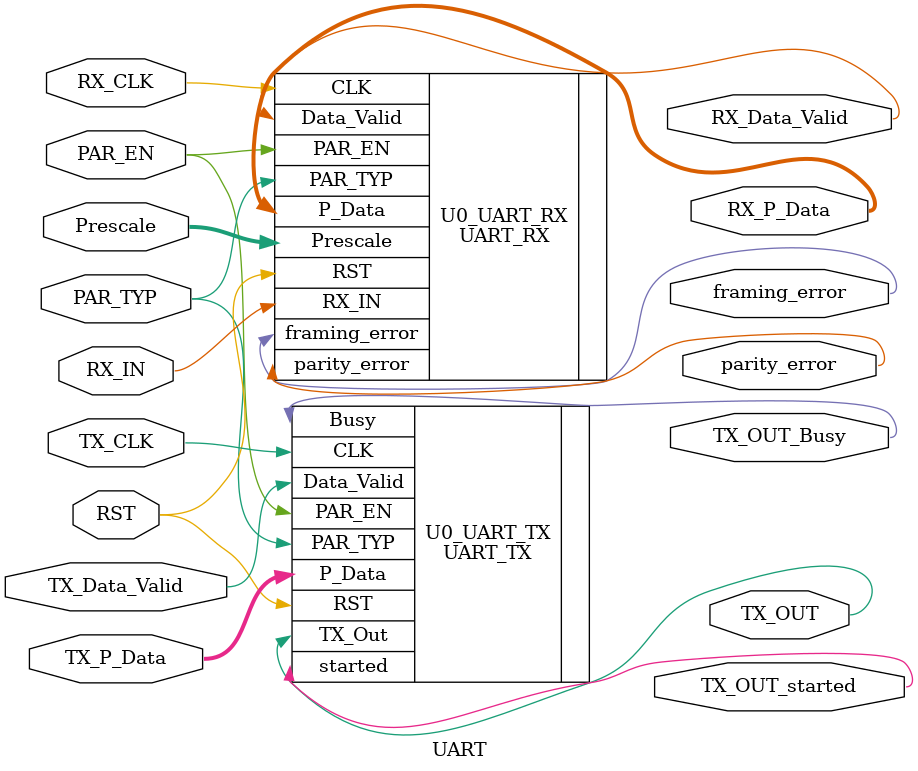
<source format=v>
`timescale 1ns / 1ps



module UART #(parameter PRESCALE = 32, DATA_WIDTH = 8)(
    input   wire                            RST,
    input   wire                            TX_CLK,
    input   wire    [DATA_WIDTH  -  1 : 0]  TX_P_Data,
    input   wire                            TX_Data_Valid,
    output  wire                            TX_OUT,
    output  wire                            TX_OUT_Busy,
    output  wire                            TX_OUT_started,
    input   wire                            RX_CLK,
    input   wire                            RX_IN,
    output  wire    [DATA_WIDTH  -  1 : 0]  RX_P_Data,
    output  wire                            RX_Data_Valid,
    input   wire    [$clog2(PRESCALE) : 0]  Prescale,                            
    input   wire                            PAR_TYP,
    input   wire                            PAR_EN,
    output  wire                            framing_error,
    output  wire                            parity_error
    );

UART_TX #(.DATA_WIDTH(DATA_WIDTH)) U0_UART_TX (
    .CLK(TX_CLK),
    .RST(RST),
    .PAR_TYP(PAR_TYP),
    .PAR_EN(PAR_EN),
    .P_Data(TX_P_Data),
    .Data_Valid(TX_Data_Valid),
    .TX_Out(TX_OUT),
    .Busy(TX_OUT_Busy),
    .started(TX_OUT_started)
);

UART_RX #(.DATA_WIDTH(DATA_WIDTH), .PRESCALE(PRESCALE)) U0_UART_RX (
    .CLK(RX_CLK),
    .RST(RST),
    .PAR_TYP(PAR_TYP),
    .PAR_EN(PAR_EN),
    .Prescale(Prescale),
    .RX_IN(RX_IN),
    .P_Data(RX_P_Data),
    .Data_Valid(RX_Data_Valid),
    .framing_error(framing_error),
    .parity_error(parity_error)
);
endmodule

</source>
